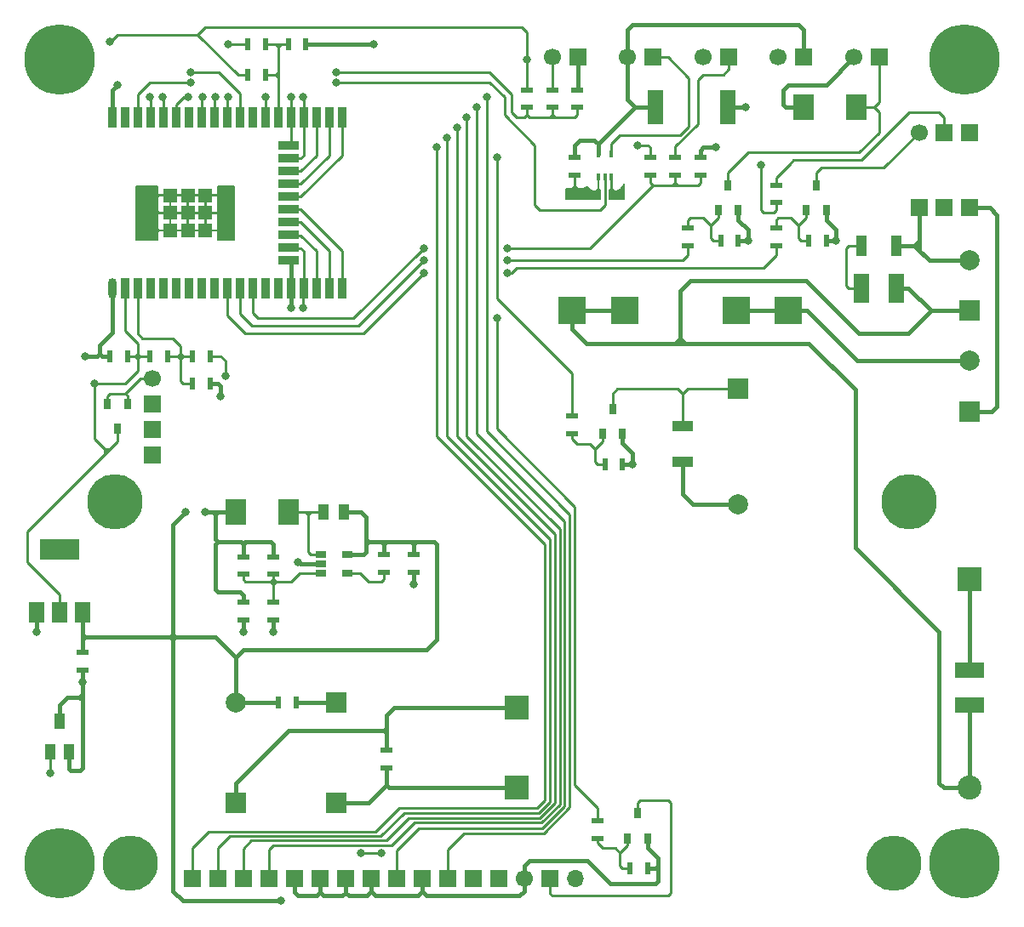
<source format=gbr>
G04 #@! TF.GenerationSoftware,KiCad,Pcbnew,(5.1.2-1)-1*
G04 #@! TF.CreationDate,2020-09-26T11:09:18+03:00*
G04 #@! TF.ProjectId,UAK_1,55414b5f-312e-46b6-9963-61645f706362,rev?*
G04 #@! TF.SameCoordinates,Original*
G04 #@! TF.FileFunction,Copper,L1,Top*
G04 #@! TF.FilePolarity,Positive*
%FSLAX46Y46*%
G04 Gerber Fmt 4.6, Leading zero omitted, Abs format (unit mm)*
G04 Created by KiCad (PCBNEW (5.1.2-1)-1) date 2020-09-26 11:09:18*
%MOMM*%
%LPD*%
G04 APERTURE LIST*
%ADD10R,2.800000X2.800000*%
%ADD11R,2.000000X2.000000*%
%ADD12C,2.000000*%
%ADD13R,2.000000X2.500000*%
%ADD14R,1.250000X0.500000*%
%ADD15R,1.000000X1.500000*%
%ADD16R,1.100000X0.700000*%
%ADD17R,2.400000X2.400000*%
%ADD18C,2.400000*%
%ADD19R,2.000000X1.000000*%
%ADD20O,1.700000X1.700000*%
%ADD21R,1.700000X1.700000*%
%ADD22C,1.700000*%
%ADD23C,5.500000*%
%ADD24R,0.800000X1.000000*%
%ADD25R,1.000000X2.000000*%
%ADD26R,0.500000X1.250000*%
%ADD27R,1.500000X3.000000*%
%ADD28R,0.400000X0.800000*%
%ADD29R,1.500000X3.500000*%
%ADD30C,7.000000*%
%ADD31R,4.000000X2.000000*%
%ADD32R,1.500000X2.000000*%
%ADD33R,3.000000X1.500000*%
%ADD34R,2.000000X0.900000*%
%ADD35R,0.900000X2.000000*%
%ADD36R,1.350000X1.350000*%
%ADD37O,0.900000X2.000000*%
%ADD38C,0.800000*%
%ADD39C,0.250000*%
%ADD40C,0.450000*%
%ADD41C,0.200000*%
G04 APERTURE END LIST*
D10*
X147300000Y-80000000D03*
X152500000Y-80000000D03*
X136200000Y-80000000D03*
X131000000Y-80000000D03*
D11*
X170500000Y-80000000D03*
D12*
X170500000Y-75000000D03*
D13*
X97500000Y-100000000D03*
X102750000Y-100000000D03*
D14*
X101250000Y-106250000D03*
X101250000Y-104500000D03*
X101250000Y-110750000D03*
X101250000Y-109000000D03*
X112250000Y-106000000D03*
X112250000Y-104250000D03*
D15*
X108250000Y-100000000D03*
X106250000Y-100000000D03*
D16*
X108600000Y-104250000D03*
X108600000Y-106150000D03*
X106000000Y-106150000D03*
X106000000Y-105200000D03*
X106000000Y-104250000D03*
D14*
X98250000Y-110750000D03*
X98250000Y-109000000D03*
X98250000Y-104500000D03*
X98250000Y-106250000D03*
X115250000Y-106000000D03*
X115250000Y-104250000D03*
D17*
X125500000Y-119500000D03*
X125500000Y-127500000D03*
X170500000Y-106700000D03*
D18*
X170500000Y-127500000D03*
D11*
X147500000Y-87750000D03*
D12*
X147500000Y-99250000D03*
D19*
X142000000Y-91500000D03*
X142000000Y-95000000D03*
D20*
X131300000Y-136500000D03*
D21*
X128760000Y-136500000D03*
D22*
X126220000Y-136500000D03*
D21*
X123680000Y-136500000D03*
X121140000Y-136500000D03*
X118600000Y-136500000D03*
X116060000Y-136500000D03*
X113520000Y-136500000D03*
X110980000Y-136500000D03*
X108440000Y-136500000D03*
X105900000Y-136500000D03*
X103360000Y-136500000D03*
X100820000Y-136500000D03*
X98280000Y-136500000D03*
X95740000Y-136500000D03*
X93200000Y-136500000D03*
D23*
X85500000Y-99000000D03*
X164500000Y-99000000D03*
X163000000Y-135000000D03*
X87000000Y-135000000D03*
D22*
X165500000Y-62250000D03*
D21*
X168000000Y-62250000D03*
X170500000Y-62250000D03*
X170500000Y-69750000D03*
X168000000Y-69750000D03*
X165500000Y-69750000D03*
D24*
X155250000Y-67500000D03*
X156250000Y-70000000D03*
X154250000Y-70000000D03*
D25*
X159750000Y-73500000D03*
X163250000Y-73500000D03*
D14*
X151250000Y-69250000D03*
X151250000Y-67500000D03*
D26*
X156250000Y-73000000D03*
X154500000Y-73000000D03*
D14*
X151250000Y-73500000D03*
X151250000Y-71750000D03*
D27*
X163250000Y-77750000D03*
X159750000Y-77750000D03*
D21*
X154040000Y-54750000D03*
D22*
X151500000Y-54750000D03*
D21*
X146540000Y-54750000D03*
D22*
X144000000Y-54750000D03*
D21*
X139040000Y-54750000D03*
D22*
X136500000Y-54750000D03*
D14*
X141250000Y-66500000D03*
X141250000Y-64750000D03*
X138750000Y-66500000D03*
X138750000Y-64750000D03*
D28*
X134900000Y-64350000D03*
X134900000Y-66650000D03*
X134250000Y-66650000D03*
X133600000Y-64350000D03*
X133600000Y-66650000D03*
D14*
X143750000Y-66500000D03*
X143750000Y-64750000D03*
D29*
X146500000Y-59750000D03*
X139250000Y-59750000D03*
D14*
X131250000Y-66500000D03*
X131250000Y-64750000D03*
D21*
X131540000Y-54750000D03*
D22*
X129000000Y-54750000D03*
D21*
X161540000Y-54750000D03*
D22*
X159000000Y-54750000D03*
D24*
X135000000Y-89750000D03*
X136000000Y-92250000D03*
X134000000Y-92250000D03*
X146500000Y-67500000D03*
X147500000Y-70000000D03*
X145500000Y-70000000D03*
X137500000Y-130000000D03*
X138500000Y-132500000D03*
X136500000Y-132500000D03*
D13*
X154000000Y-59750000D03*
X159250000Y-59750000D03*
D15*
X80000000Y-120900000D03*
X79100000Y-123900000D03*
X80900000Y-123900000D03*
D14*
X129000000Y-59750000D03*
X129000000Y-58000000D03*
X126500000Y-59750000D03*
X126500000Y-58000000D03*
D26*
X136000000Y-95250000D03*
X134250000Y-95250000D03*
X147500000Y-73000000D03*
X145750000Y-73000000D03*
X138500000Y-135500000D03*
X136750000Y-135500000D03*
D14*
X131000000Y-90500000D03*
X131000000Y-92250000D03*
X142500000Y-73500000D03*
X142500000Y-71750000D03*
X133500000Y-130750000D03*
X133500000Y-132500000D03*
X131500000Y-59750000D03*
X131500000Y-58000000D03*
D26*
X104500000Y-53500000D03*
X102750000Y-53500000D03*
X95000000Y-87250000D03*
X93250000Y-87250000D03*
D21*
X89250000Y-94370000D03*
X89250000Y-91830000D03*
X89250000Y-89290000D03*
D22*
X89250000Y-86750000D03*
D24*
X85750000Y-91750000D03*
X84750000Y-89250000D03*
X86750000Y-89250000D03*
D26*
X100500000Y-53500000D03*
X98750000Y-53500000D03*
X93250000Y-84500000D03*
X95000000Y-84500000D03*
X100500000Y-56500000D03*
X98750000Y-56500000D03*
X90750000Y-84500000D03*
X89000000Y-84500000D03*
D30*
X80000000Y-135000000D03*
X170000000Y-55000000D03*
X170000000Y-135000000D03*
X80000000Y-55000000D03*
D11*
X170500000Y-90000000D03*
D12*
X170500000Y-85000000D03*
X97500000Y-119000000D03*
D11*
X107500000Y-119000000D03*
X107500000Y-129000000D03*
X97500000Y-129000000D03*
D31*
X80000000Y-103750000D03*
D32*
X80000000Y-110000000D03*
X77750000Y-110000000D03*
X82250000Y-110000000D03*
D26*
X85000000Y-84500000D03*
X86750000Y-84500000D03*
X103500000Y-119000000D03*
X101750000Y-119000000D03*
D14*
X82250000Y-115750000D03*
X82250000Y-114000000D03*
X112500000Y-125500000D03*
X112500000Y-123750000D03*
D33*
X170500000Y-115750000D03*
X170500000Y-119250000D03*
D34*
X102750000Y-72460000D03*
X102750000Y-71190000D03*
X102750000Y-73730000D03*
X102750000Y-69920000D03*
X102750000Y-68650000D03*
X102750000Y-67380000D03*
X102750000Y-75000000D03*
X102750000Y-66110000D03*
X102750000Y-64840000D03*
X102750000Y-63570000D03*
D35*
X108110000Y-60750000D03*
X108110000Y-77750000D03*
X106840000Y-60750000D03*
X106840000Y-77750000D03*
X105570000Y-60750000D03*
X105570000Y-77750000D03*
X104300000Y-60750000D03*
X104300000Y-77750000D03*
X103030000Y-60750000D03*
X103030000Y-77750000D03*
X101760000Y-60750000D03*
D36*
X92750000Y-72000000D03*
X91000000Y-72000000D03*
X94500000Y-72000000D03*
X92750000Y-68500000D03*
X91000000Y-68500000D03*
X94500000Y-68500000D03*
X94500000Y-70250000D03*
X91000000Y-70250000D03*
X92750000Y-70250000D03*
D35*
X101760000Y-77750000D03*
X100490000Y-60750000D03*
X100490000Y-77750000D03*
X99220000Y-60750000D03*
X99220000Y-77750000D03*
X97950000Y-60750000D03*
X97950000Y-77750000D03*
X96680000Y-60750000D03*
X96680000Y-77750000D03*
X95410000Y-60750000D03*
X95410000Y-77750000D03*
X94140000Y-60750000D03*
X94140000Y-77750000D03*
X92870000Y-60750000D03*
X92870000Y-77750000D03*
X91600000Y-60750000D03*
X91600000Y-77750000D03*
X90330000Y-60750000D03*
X90330000Y-77750000D03*
X89060000Y-60750000D03*
X89060000Y-77750000D03*
X87790000Y-60750000D03*
X87790000Y-77750000D03*
X86520000Y-60750000D03*
X86520000Y-77750000D03*
X85250000Y-60750000D03*
D37*
X85250000Y-77750000D03*
D38*
X79100000Y-126000000D03*
X110000000Y-134000000D03*
X112000000Y-134000000D03*
X90250000Y-58750000D03*
X89000000Y-58750000D03*
X85000000Y-53250000D03*
X83500000Y-87250000D03*
X137500000Y-63500000D03*
X126500000Y-55000000D03*
X149750000Y-65500000D03*
X96500000Y-86500000D03*
X96750000Y-53500000D03*
X116250000Y-75000000D03*
X124500000Y-75000000D03*
X93000000Y-56250000D03*
X107500000Y-56250000D03*
X92750000Y-58750000D03*
X123500000Y-64750000D03*
X117500000Y-63750000D03*
X94250000Y-58750000D03*
X119500000Y-61750000D03*
X96750000Y-58750000D03*
X121500000Y-59750000D03*
X103000000Y-58750000D03*
X122500000Y-58750000D03*
X104250000Y-58750000D03*
X120500000Y-60750000D03*
X100500000Y-58750000D03*
X118500000Y-62750000D03*
X95500000Y-58750000D03*
X123500000Y-80750000D03*
X104250000Y-79750000D03*
X94500000Y-100000000D03*
X102000000Y-138750000D03*
X92506370Y-100006370D03*
X116250000Y-73750000D03*
X124500000Y-73750000D03*
X93000000Y-57250000D03*
X107500000Y-57250000D03*
X116250000Y-76250000D03*
X124500000Y-76250000D03*
X98250000Y-112000000D03*
X137000000Y-95250000D03*
X148500000Y-73000000D03*
X82250000Y-117000000D03*
X77750000Y-112000000D03*
X88000000Y-68000000D03*
X88000000Y-72500000D03*
X88000000Y-70250000D03*
X97000000Y-68000000D03*
X97000000Y-70250000D03*
X97000000Y-72500000D03*
X82500000Y-84500000D03*
X103000000Y-79750000D03*
X96000000Y-88500000D03*
X111250000Y-53500000D03*
X157250000Y-73000000D03*
X131250000Y-68500000D03*
X135750000Y-68500000D03*
X85750000Y-57500000D03*
X148250000Y-59750000D03*
X145250000Y-63750000D03*
X103750000Y-105000000D03*
X115250000Y-107250000D03*
X101250000Y-112000000D03*
D39*
X105570000Y-77750000D02*
X105570000Y-74070000D01*
X105570000Y-74070000D02*
X104000000Y-72500000D01*
X104000000Y-72500000D02*
X102750000Y-72500000D01*
X106840000Y-74030000D02*
X106840000Y-75160000D01*
X104000000Y-71190000D02*
X106840000Y-74030000D01*
X102750000Y-71190000D02*
X104000000Y-71190000D01*
X106840000Y-75160000D02*
X106840000Y-74090000D01*
X106840000Y-77750000D02*
X106840000Y-75160000D01*
X102750000Y-69920000D02*
X104000000Y-69920000D01*
X104000000Y-69920000D02*
X108110000Y-74030000D01*
X108110000Y-74030000D02*
X108110000Y-74110000D01*
X108110000Y-77750000D02*
X108110000Y-74110000D01*
X104000000Y-68650000D02*
X108110000Y-64540000D01*
X102750000Y-68650000D02*
X104000000Y-68650000D01*
X108110000Y-64540000D02*
X108110000Y-63390000D01*
X108110000Y-60750000D02*
X108110000Y-63390000D01*
X106840000Y-64540000D02*
X106840000Y-63840000D01*
X102750000Y-67380000D02*
X104000000Y-67380000D01*
X104000000Y-67380000D02*
X106840000Y-64540000D01*
X106840000Y-60750000D02*
X106840000Y-63840000D01*
X104000000Y-66110000D02*
X105570000Y-64540000D01*
X102750000Y-66110000D02*
X104000000Y-66110000D01*
X105570000Y-64540000D02*
X105570000Y-63570000D01*
X105570000Y-60750000D02*
X105570000Y-63570000D01*
D40*
X172750000Y-90000000D02*
X173250000Y-89500000D01*
X170500000Y-90000000D02*
X172750000Y-90000000D01*
X170500000Y-108350000D02*
X170500000Y-115750000D01*
X170500000Y-106700000D02*
X170500000Y-108350000D01*
X173250000Y-78750000D02*
X173250000Y-70500000D01*
X173250000Y-78750000D02*
X173250000Y-89500000D01*
X173250000Y-78000000D02*
X173250000Y-78750000D01*
X172500000Y-69750000D02*
X170500000Y-69750000D01*
X173250000Y-70500000D02*
X172500000Y-69750000D01*
X149150000Y-80000000D02*
X152500000Y-80000000D01*
X147300000Y-80000000D02*
X149150000Y-80000000D01*
X169085787Y-85000000D02*
X170500000Y-85000000D01*
X159350000Y-85000000D02*
X169085787Y-85000000D01*
X154350000Y-80000000D02*
X159350000Y-85000000D01*
X152500000Y-80000000D02*
X154350000Y-80000000D01*
D39*
X128760000Y-138010000D02*
X128760000Y-136500000D01*
X129000000Y-138250000D02*
X128760000Y-138010000D01*
X140500000Y-138250000D02*
X129000000Y-138250000D01*
X137500000Y-130000000D02*
X137500000Y-129000000D01*
X137500000Y-129000000D02*
X137750000Y-128750000D01*
X137750000Y-128750000D02*
X140500000Y-128750000D01*
X140500000Y-128750000D02*
X140750000Y-129000000D01*
X140750000Y-129000000D02*
X140750000Y-138000000D01*
X140750000Y-138000000D02*
X140500000Y-138250000D01*
X79100000Y-123900000D02*
X79100000Y-126000000D01*
X110000000Y-134000000D02*
X112000000Y-134000000D01*
X101500000Y-53500000D02*
X100750000Y-53500000D01*
X101760000Y-53760000D02*
X101500000Y-53500000D01*
X102020000Y-53500000D02*
X101760000Y-53760000D01*
X102750000Y-53500000D02*
X102020000Y-53500000D01*
X101500000Y-53500000D02*
X102020000Y-53500000D01*
X101520000Y-56500000D02*
X101760000Y-56260000D01*
X100500000Y-56500000D02*
X101520000Y-56500000D01*
X101760000Y-56260000D02*
X101760000Y-53760000D01*
X101760000Y-56740000D02*
X101520000Y-56500000D01*
X101760000Y-56760000D02*
X101760000Y-56740000D01*
X101760000Y-56760000D02*
X101760000Y-56260000D01*
X101760000Y-60750000D02*
X101760000Y-56760000D01*
X90330000Y-58830000D02*
X90250000Y-58750000D01*
X90330000Y-60750000D02*
X90330000Y-58830000D01*
X89060000Y-58810000D02*
X89000000Y-58750000D01*
X89060000Y-60750000D02*
X89060000Y-58810000D01*
X87790000Y-77750000D02*
X87790000Y-82290000D01*
X87790000Y-82290000D02*
X88250000Y-82750000D01*
X88250000Y-82750000D02*
X91250000Y-82750000D01*
X91250000Y-82750000D02*
X92000000Y-83500000D01*
X92000000Y-84250000D02*
X91750000Y-84500000D01*
X92000000Y-83500000D02*
X92000000Y-84250000D01*
X90750000Y-84500000D02*
X91750000Y-84500000D01*
X92250000Y-84500000D02*
X92000000Y-84250000D01*
X92250000Y-84500000D02*
X93250000Y-84500000D01*
X92000000Y-84500000D02*
X92250000Y-84500000D01*
X91750000Y-84500000D02*
X92000000Y-84500000D01*
X92250000Y-87250000D02*
X93250000Y-87250000D01*
X92000000Y-87000000D02*
X92250000Y-87250000D01*
X92000000Y-84750000D02*
X91750000Y-84500000D01*
X92000000Y-85000000D02*
X92000000Y-84750000D01*
X92000000Y-85000000D02*
X92000000Y-87000000D01*
X92000000Y-84500000D02*
X92000000Y-85000000D01*
X92000000Y-84750000D02*
X92250000Y-84500000D01*
X86520000Y-77750000D02*
X86520000Y-82020000D01*
X86520000Y-82020000D02*
X87750000Y-83250000D01*
X87750000Y-83250000D02*
X87750000Y-84250000D01*
X87750000Y-84250000D02*
X87500000Y-84500000D01*
X87500000Y-84500000D02*
X86750000Y-84500000D01*
X80000000Y-110000000D02*
X80000000Y-108250000D01*
X80000000Y-108250000D02*
X76750000Y-105000000D01*
X76750000Y-105000000D02*
X76750000Y-103750000D01*
X76750000Y-103750000D02*
X76750000Y-102000000D01*
X85750000Y-93000000D02*
X85750000Y-91750000D01*
X87750000Y-86000000D02*
X86500000Y-87250000D01*
X87500000Y-84500000D02*
X87750000Y-84750000D01*
X87750000Y-84750000D02*
X87750000Y-86000000D01*
X84500000Y-93750000D02*
X84750000Y-94000000D01*
X84750000Y-94000000D02*
X85000000Y-93750000D01*
X85000000Y-93750000D02*
X84500000Y-93750000D01*
X83500000Y-92750000D02*
X84500000Y-93750000D01*
X85000000Y-93750000D02*
X85750000Y-93000000D01*
X84500000Y-94250000D02*
X84500000Y-93750000D01*
X76750000Y-102000000D02*
X84500000Y-94250000D01*
X84500000Y-94250000D02*
X84750000Y-94000000D01*
X88000000Y-84500000D02*
X87750000Y-84250000D01*
X89000000Y-84500000D02*
X88000000Y-84500000D01*
X87750000Y-84500000D02*
X87875000Y-84625000D01*
X87750000Y-84250000D02*
X87750000Y-84500000D01*
X87750000Y-84750000D02*
X87875000Y-84625000D01*
X87875000Y-84625000D02*
X88000000Y-84500000D01*
X98750000Y-56500000D02*
X97750000Y-56500000D01*
X97750000Y-56500000D02*
X93750000Y-52500000D01*
X85750000Y-52500000D02*
X85250000Y-53000000D01*
X84500000Y-87250000D02*
X83500000Y-87250000D01*
X84500000Y-87250000D02*
X84250000Y-87250000D01*
X86500000Y-87250000D02*
X84500000Y-87250000D01*
X83500000Y-88500000D02*
X83500000Y-87250000D01*
X83500000Y-88500000D02*
X83500000Y-92750000D01*
X83500000Y-88000000D02*
X83500000Y-88500000D01*
X85750000Y-52500000D02*
X85000000Y-53250000D01*
X86500000Y-52500000D02*
X85750000Y-52500000D01*
X93750000Y-52500000D02*
X86500000Y-52500000D01*
X93750000Y-52500000D02*
X94500000Y-51750000D01*
X138750000Y-64750000D02*
X138750000Y-63750000D01*
X138750000Y-63750000D02*
X138500000Y-63500000D01*
X138500000Y-63500000D02*
X137500000Y-63500000D01*
X149750000Y-65500000D02*
X149750000Y-70000000D01*
X149750000Y-70000000D02*
X150000000Y-70250000D01*
X150000000Y-70250000D02*
X151000000Y-70250000D01*
X151000000Y-70250000D02*
X151250000Y-70000000D01*
X151250000Y-70000000D02*
X151250000Y-69250000D01*
X126500000Y-52250000D02*
X126500000Y-58000000D01*
X124250000Y-51750000D02*
X126000000Y-51750000D01*
X94500000Y-51750000D02*
X124250000Y-51750000D01*
X126000000Y-51750000D02*
X126500000Y-52250000D01*
X95000000Y-84500000D02*
X96000000Y-84500000D01*
X96500000Y-85000000D02*
X96500000Y-86500000D01*
X96000000Y-84500000D02*
X96500000Y-85000000D01*
X98750000Y-53500000D02*
X96750000Y-53500000D01*
X124500000Y-75000000D02*
X142000000Y-75000000D01*
X142500000Y-74500000D02*
X142500000Y-73500000D01*
X142000000Y-75000000D02*
X142500000Y-74500000D01*
X97950000Y-80300000D02*
X97950000Y-77750000D01*
X99150000Y-81500000D02*
X97950000Y-80300000D01*
X109750000Y-81500000D02*
X99150000Y-81500000D01*
X116250000Y-75000000D02*
X109750000Y-81500000D01*
X126500000Y-59750000D02*
X126500000Y-60500000D01*
X126500000Y-60500000D02*
X126750000Y-60750000D01*
X129000000Y-60500000D02*
X129000000Y-59750000D01*
X128750000Y-60750000D02*
X129000000Y-60500000D01*
X131500000Y-60500000D02*
X131500000Y-59750000D01*
X131250000Y-60750000D02*
X131500000Y-60500000D01*
X129000000Y-60500000D02*
X129250000Y-60750000D01*
X129250000Y-60750000D02*
X131250000Y-60750000D01*
X128500000Y-60750000D02*
X129250000Y-60750000D01*
X128500000Y-60750000D02*
X128750000Y-60750000D01*
X126750000Y-60750000D02*
X128500000Y-60750000D01*
X126250000Y-60750000D02*
X126500000Y-60500000D01*
X107500000Y-56250000D02*
X122750000Y-56250000D01*
X125750000Y-60750000D02*
X125500000Y-60750000D01*
X125750000Y-60750000D02*
X126250000Y-60750000D01*
X125500000Y-60750000D02*
X125000000Y-60250000D01*
X125000000Y-58500000D02*
X122750000Y-56250000D01*
X125000000Y-60250000D02*
X125000000Y-58500000D01*
X93565685Y-56250000D02*
X93000000Y-56250000D01*
X95850000Y-56250000D02*
X93565685Y-56250000D01*
X97950000Y-58350000D02*
X95850000Y-56250000D01*
X97950000Y-60750000D02*
X97950000Y-58350000D01*
X92350000Y-58750000D02*
X92750000Y-58750000D01*
X91600000Y-60750000D02*
X91600000Y-59500000D01*
X91600000Y-59500000D02*
X92350000Y-58750000D01*
X123500000Y-78750000D02*
X123500000Y-64750000D01*
X131000000Y-90500000D02*
X131000000Y-86250000D01*
X131000000Y-86250000D02*
X123500000Y-78750000D01*
X93200000Y-133450000D02*
X93200000Y-133950000D01*
X128250000Y-128750000D02*
X127500000Y-129500000D01*
X127500000Y-129500000D02*
X113750000Y-129500000D01*
X113750000Y-129500000D02*
X111399990Y-131850010D01*
X93200000Y-133950000D02*
X93200000Y-136500000D01*
X111399990Y-131850010D02*
X94799990Y-131850010D01*
X94799990Y-131850010D02*
X93200000Y-133450000D01*
X128250000Y-116000000D02*
X128250000Y-128750000D01*
X128250000Y-115750000D02*
X128250000Y-116000000D01*
X128250000Y-103250000D02*
X128250000Y-116000000D01*
X117500000Y-92500000D02*
X128250000Y-103250000D01*
X94140000Y-60750000D02*
X94140000Y-58860000D01*
X94140000Y-58860000D02*
X94250000Y-58750000D01*
X117500000Y-63750000D02*
X117500000Y-65250000D01*
X117500000Y-65250000D02*
X117500000Y-92500000D01*
X98280000Y-133530000D02*
X98280000Y-136500000D01*
X99059972Y-132750028D02*
X98280000Y-133530000D01*
X112499972Y-132750028D02*
X99059972Y-132750028D01*
X114750000Y-130500000D02*
X112499972Y-132750028D01*
X119500000Y-92500000D02*
X129250000Y-102250000D01*
X129250000Y-102250000D02*
X129250000Y-129022820D01*
X129250000Y-129022820D02*
X127772820Y-130500000D01*
X127772820Y-130500000D02*
X114750000Y-130500000D01*
X96680000Y-60750000D02*
X96680000Y-58820000D01*
X96680000Y-58820000D02*
X96750000Y-58750000D01*
X119500000Y-61750000D02*
X119500000Y-63000000D01*
X119500000Y-63000000D02*
X119500000Y-92500000D01*
X103030000Y-60750000D02*
X103030000Y-63220000D01*
X103030000Y-63220000D02*
X102750000Y-63500000D01*
X113520000Y-133730000D02*
X113520000Y-136500000D01*
X115750000Y-131500000D02*
X113520000Y-133730000D01*
X121500000Y-92250000D02*
X130250000Y-101000000D01*
X130250000Y-101000000D02*
X130250000Y-129295640D01*
X130250000Y-129295640D02*
X128045640Y-131500000D01*
X128045640Y-131500000D02*
X115750000Y-131500000D01*
X103030000Y-60750000D02*
X103030000Y-58780000D01*
X103030000Y-58780000D02*
X103000000Y-58750000D01*
X121500000Y-61750000D02*
X121500000Y-59750000D01*
X121500000Y-61750000D02*
X121500000Y-92250000D01*
X104000000Y-64840000D02*
X104300000Y-64540000D01*
X104300000Y-64200000D02*
X104300000Y-64450000D01*
X104300000Y-64540000D02*
X104300000Y-64200000D01*
X102750000Y-64840000D02*
X104000000Y-64840000D01*
X104300000Y-60750000D02*
X104300000Y-64200000D01*
X118600000Y-136500000D02*
X118600000Y-133650000D01*
X118600000Y-133650000D02*
X120250000Y-132000000D01*
X128182050Y-132000000D02*
X130750000Y-129432050D01*
X120250000Y-132000000D02*
X128182050Y-132000000D01*
X130750000Y-129432050D02*
X130750000Y-115750000D01*
X130750000Y-115750000D02*
X130750000Y-100250000D01*
X130750000Y-100250000D02*
X122500000Y-92000000D01*
X104300000Y-60750000D02*
X104300000Y-58800000D01*
X104300000Y-58800000D02*
X104250000Y-58750000D01*
X122500000Y-61000000D02*
X122500000Y-58750000D01*
X122500000Y-92000000D02*
X122500000Y-61000000D01*
X100820000Y-133680000D02*
X100820000Y-136500000D01*
X101250000Y-133250000D02*
X100820000Y-133680000D01*
X105500000Y-133250000D02*
X101250000Y-133250000D01*
X105750000Y-133250000D02*
X105500000Y-133250000D01*
X108500000Y-133250000D02*
X109659230Y-133250000D01*
X108500000Y-133250000D02*
X109750000Y-133250000D01*
X105500000Y-133250000D02*
X108500000Y-133250000D01*
X109659230Y-133250000D02*
X113000000Y-133250000D01*
X113000000Y-133250000D02*
X114750000Y-131500000D01*
X114750000Y-131500000D02*
X115000000Y-131250000D01*
X115000000Y-131250000D02*
X115250000Y-131000000D01*
X115299991Y-130950009D02*
X115000000Y-131250000D01*
X120500000Y-92500000D02*
X129750000Y-101750000D01*
X129750000Y-101750000D02*
X129750000Y-129159230D01*
X129750000Y-129159230D02*
X127959221Y-130950009D01*
X127959221Y-130950009D02*
X115299991Y-130950009D01*
X100490000Y-60750000D02*
X100490000Y-58760000D01*
X100490000Y-58760000D02*
X100500000Y-58750000D01*
X120500000Y-60750000D02*
X120500000Y-62250000D01*
X120500000Y-62250000D02*
X120500000Y-92500000D01*
X116250000Y-130000000D02*
X114500000Y-130000000D01*
X95740000Y-133510000D02*
X95740000Y-136500000D01*
X96949981Y-132300019D02*
X95740000Y-133510000D01*
X111949981Y-132300019D02*
X96949981Y-132300019D01*
X114250000Y-130000000D02*
X111949981Y-132300019D01*
X116250000Y-130000000D02*
X114250000Y-130000000D01*
X127636410Y-130000000D02*
X116250000Y-130000000D01*
X128750000Y-128886410D02*
X127636410Y-130000000D01*
X128750000Y-102750000D02*
X128750000Y-128886410D01*
X118500000Y-92500000D02*
X128750000Y-102750000D01*
X95410000Y-60750000D02*
X95410000Y-58840000D01*
X95410000Y-58840000D02*
X95500000Y-58750000D01*
X118500000Y-62750000D02*
X118500000Y-63500000D01*
X118500000Y-63500000D02*
X118500000Y-92500000D01*
X104300000Y-77750000D02*
X104300000Y-74050000D01*
X104300000Y-74050000D02*
X104000000Y-73750000D01*
X104000000Y-73750000D02*
X102750000Y-73750000D01*
X104250000Y-77800000D02*
X104300000Y-77750000D01*
X104250000Y-79750000D02*
X104250000Y-77800000D01*
X123500000Y-91750000D02*
X123500000Y-80750000D01*
X131250000Y-99500000D02*
X123500000Y-91750000D01*
X131250000Y-127250000D02*
X131250000Y-99500000D01*
X133500000Y-129500000D02*
X131250000Y-127250000D01*
X133500000Y-130750000D02*
X133500000Y-129500000D01*
D40*
X156250000Y-57500000D02*
X159000000Y-54750000D01*
X152500000Y-57500000D02*
X156250000Y-57500000D01*
X152000000Y-58000000D02*
X152500000Y-57500000D01*
X152000000Y-59500000D02*
X152000000Y-58000000D01*
X154000000Y-59750000D02*
X152250000Y-59750000D01*
X152250000Y-59750000D02*
X152000000Y-59500000D01*
X98250000Y-103250000D02*
X98250000Y-104500000D01*
X95750000Y-100000000D02*
X95500000Y-100250000D01*
X97500000Y-100000000D02*
X95750000Y-100000000D01*
X95500000Y-100250000D02*
X95500000Y-102750000D01*
X95500000Y-102750000D02*
X95750000Y-103000000D01*
X95750000Y-103000000D02*
X98000000Y-103000000D01*
X98000000Y-103000000D02*
X98250000Y-103250000D01*
X101250000Y-104500000D02*
X101250000Y-103250000D01*
X101250000Y-103250000D02*
X101000000Y-103000000D01*
X98500000Y-103000000D02*
X98250000Y-103250000D01*
X101000000Y-103000000D02*
X98500000Y-103000000D01*
X98250000Y-108300000D02*
X97950000Y-108000000D01*
X98250000Y-109000000D02*
X98250000Y-108300000D01*
X97950000Y-108000000D02*
X95750000Y-108000000D01*
X95750000Y-108000000D02*
X95500000Y-107750000D01*
X95500000Y-103250000D02*
X95750000Y-103000000D01*
X95500000Y-107750000D02*
X95500000Y-103250000D01*
X95250000Y-100000000D02*
X95500000Y-100250000D01*
X94500000Y-100000000D02*
X95250000Y-100000000D01*
X95250000Y-100000000D02*
X95750000Y-100000000D01*
X101750000Y-119000000D02*
X97500000Y-119000000D01*
X133600000Y-64350000D02*
X133600000Y-63500000D01*
X133600000Y-63500000D02*
X133600000Y-63400000D01*
X137250000Y-59750000D02*
X138000000Y-59750000D01*
X133600000Y-63400000D02*
X137250000Y-59750000D01*
X139250000Y-59750000D02*
X138000000Y-59750000D01*
X138000000Y-59750000D02*
X137500000Y-59750000D01*
X137000000Y-59500000D02*
X137250000Y-59750000D01*
X137000000Y-59500000D02*
X136750000Y-59250000D01*
X133200000Y-63000000D02*
X133600000Y-63400000D01*
X131750000Y-63000000D02*
X133200000Y-63000000D01*
X131250000Y-64750000D02*
X131250000Y-63500000D01*
X131250000Y-63500000D02*
X131750000Y-63000000D01*
X91250000Y-137750000D02*
X92250000Y-138750000D01*
X92250000Y-138750000D02*
X102000000Y-138750000D01*
X82250000Y-110000000D02*
X82250000Y-111750000D01*
X82250000Y-112500000D02*
X82250000Y-112750000D01*
X82250000Y-111750000D02*
X82250000Y-112500000D01*
X82250000Y-112750000D02*
X82500000Y-112500000D01*
X82250000Y-113250000D02*
X82250000Y-112750000D01*
X82250000Y-112500000D02*
X82500000Y-112500000D01*
X82250000Y-113250000D02*
X82250000Y-114000000D01*
X82250000Y-112250000D02*
X82500000Y-112500000D01*
X82250000Y-111750000D02*
X82250000Y-112250000D01*
X142000000Y-95000000D02*
X142000000Y-96250000D01*
X142000000Y-96250000D02*
X142000000Y-96000000D01*
X142000000Y-97750000D02*
X142000000Y-96250000D01*
X147500000Y-99250000D02*
X143000000Y-99250000D01*
X143000000Y-99250000D02*
X142000000Y-98250000D01*
X142000000Y-98250000D02*
X142000000Y-95000000D01*
X136500000Y-59000000D02*
X137250000Y-59750000D01*
X136500000Y-54750000D02*
X136500000Y-59000000D01*
X136500000Y-54750000D02*
X136500000Y-52000000D01*
X136500000Y-52000000D02*
X137000000Y-51500000D01*
X137000000Y-51500000D02*
X153500000Y-51500000D01*
X154040000Y-52040000D02*
X153500000Y-51500000D01*
X154040000Y-54750000D02*
X154040000Y-52040000D01*
X97500000Y-114500000D02*
X97500000Y-119000000D01*
X95500000Y-112500000D02*
X97500000Y-114500000D01*
X110250000Y-104250000D02*
X108600000Y-104250000D01*
X110500000Y-104000000D02*
X110250000Y-104250000D01*
X108250000Y-100000000D02*
X110000000Y-100000000D01*
X110000000Y-100000000D02*
X110500000Y-100500000D01*
X115250000Y-104250000D02*
X115250000Y-103250000D01*
X115250000Y-103250000D02*
X115000000Y-103000000D01*
X112250000Y-103250000D02*
X112250000Y-104250000D01*
X112500000Y-103000000D02*
X112250000Y-103250000D01*
X110750000Y-103000000D02*
X110500000Y-103250000D01*
X112250000Y-103250000D02*
X112000000Y-103000000D01*
X110500000Y-103250000D02*
X110500000Y-104000000D01*
X110500000Y-102750000D02*
X110750000Y-103000000D01*
X110500000Y-102250000D02*
X110500000Y-102750000D01*
X110500000Y-102250000D02*
X110500000Y-103250000D01*
X110500000Y-100500000D02*
X110500000Y-102250000D01*
X91500000Y-112500000D02*
X91750000Y-112500000D01*
X93750000Y-112500000D02*
X93250000Y-112500000D01*
X93750000Y-112500000D02*
X95500000Y-112500000D01*
X92500000Y-112500000D02*
X93250000Y-112500000D01*
X115500000Y-103000000D02*
X115250000Y-103250000D01*
X98250000Y-113750000D02*
X116500000Y-113750000D01*
X97500000Y-114500000D02*
X98250000Y-113750000D01*
X117500000Y-112750000D02*
X117500000Y-103250000D01*
X116500000Y-113750000D02*
X117500000Y-112750000D01*
X117500000Y-103250000D02*
X117250000Y-103000000D01*
X115750000Y-103000000D02*
X114750000Y-103000000D01*
X115000000Y-103000000D02*
X114750000Y-103000000D01*
X115750000Y-103000000D02*
X115500000Y-103000000D01*
X117250000Y-103000000D02*
X115750000Y-103000000D01*
X113000000Y-103000000D02*
X111750000Y-103000000D01*
X111750000Y-103000000D02*
X110750000Y-103000000D01*
X112000000Y-103000000D02*
X111750000Y-103000000D01*
X113000000Y-103000000D02*
X112500000Y-103000000D01*
X114750000Y-103000000D02*
X113000000Y-103000000D01*
X92250000Y-112500000D02*
X92500000Y-112500000D01*
X91250000Y-112750000D02*
X91000000Y-112500000D01*
X91250000Y-134750000D02*
X91250000Y-112750000D01*
X91000000Y-112500000D02*
X91500000Y-112500000D01*
X82500000Y-112500000D02*
X91000000Y-112500000D01*
X91250000Y-134750000D02*
X91250000Y-137750000D01*
X91500000Y-112500000D02*
X91250000Y-112750000D01*
X91900000Y-112500000D02*
X91500000Y-112500000D01*
X91900000Y-112500000D02*
X92250000Y-112500000D01*
X91250000Y-101262740D02*
X92506370Y-100006370D01*
X91000000Y-112500000D02*
X91250000Y-112250000D01*
X91250000Y-112750000D02*
X91250000Y-112250000D01*
X91250000Y-112250000D02*
X91250000Y-101262740D01*
X91500000Y-112500000D02*
X91250000Y-112250000D01*
D39*
X142000000Y-89250000D02*
X142000000Y-90750000D01*
X135000000Y-89750000D02*
X135000000Y-88500000D01*
X142000000Y-91500000D02*
X142000000Y-90750000D01*
X147500000Y-87750000D02*
X142500000Y-87750000D01*
X142500000Y-87750000D02*
X142000000Y-88250000D01*
X142000000Y-88250000D02*
X142000000Y-91500000D01*
X142000000Y-88250000D02*
X141500000Y-87750000D01*
X141500000Y-87750000D02*
X139750000Y-87750000D01*
X139750000Y-87750000D02*
X135500000Y-87750000D01*
X135500000Y-87750000D02*
X135000000Y-88250000D01*
X135000000Y-88250000D02*
X135000000Y-89750000D01*
X129000000Y-55952081D02*
X129000000Y-58000000D01*
X129000000Y-54750000D02*
X129000000Y-55952081D01*
X161540000Y-54750000D02*
X161540000Y-59210000D01*
X161000000Y-59750000D02*
X159250000Y-59750000D01*
X161540000Y-59210000D02*
X161000000Y-59750000D01*
X146500000Y-66250000D02*
X146500000Y-67500000D01*
X148500000Y-64250000D02*
X146500000Y-66250000D01*
X159500000Y-64250000D02*
X148500000Y-64250000D01*
X161500000Y-62250000D02*
X159500000Y-64250000D01*
X161000000Y-59750000D02*
X161500000Y-60250000D01*
X161500000Y-60250000D02*
X161500000Y-62250000D01*
X140750000Y-67500000D02*
X141500000Y-67500000D01*
X139000000Y-67500000D02*
X140750000Y-67500000D01*
X140750000Y-67500000D02*
X141000000Y-67500000D01*
X143750000Y-67250000D02*
X143750000Y-66500000D01*
X141250000Y-67250000D02*
X141500000Y-67500000D01*
X141500000Y-67500000D02*
X143500000Y-67500000D01*
X143500000Y-67500000D02*
X143750000Y-67250000D01*
X138750000Y-67250000D02*
X139000000Y-67500000D01*
X138750000Y-66500000D02*
X138750000Y-67250000D01*
X141000000Y-67500000D02*
X141250000Y-67250000D01*
X141250000Y-67250000D02*
X141250000Y-66500000D01*
X99220000Y-77750000D02*
X99220000Y-80220000D01*
X99220000Y-80220000D02*
X99750000Y-80750000D01*
X99750000Y-80750000D02*
X109250000Y-80750000D01*
X109250000Y-80750000D02*
X116250000Y-73750000D01*
X132750000Y-73750000D02*
X139000000Y-67500000D01*
X124500000Y-73750000D02*
X132750000Y-73750000D01*
X87790000Y-58460000D02*
X87790000Y-60750000D01*
X89000000Y-57250000D02*
X87790000Y-58460000D01*
X93000000Y-57250000D02*
X89000000Y-57250000D01*
X122750000Y-57250000D02*
X107500000Y-57250000D01*
X127250000Y-69500000D02*
X127250000Y-63500000D01*
X127750000Y-70000000D02*
X127250000Y-69500000D01*
X133750000Y-70000000D02*
X127750000Y-70000000D01*
X124250000Y-60500000D02*
X124250000Y-58750000D01*
X134250000Y-69500000D02*
X133750000Y-70000000D01*
X124250000Y-58750000D02*
X122750000Y-57250000D01*
X127250000Y-63500000D02*
X124250000Y-60500000D01*
X134250000Y-66650000D02*
X134250000Y-69500000D01*
X134900000Y-63350000D02*
X134900000Y-64350000D01*
X135750000Y-62500000D02*
X134900000Y-63350000D01*
X139040000Y-54750000D02*
X140140000Y-54750000D01*
X141000000Y-62500000D02*
X141750000Y-62500000D01*
X141000000Y-62500000D02*
X135750000Y-62500000D01*
X141750000Y-62500000D02*
X142570000Y-61680000D01*
X142570000Y-58570000D02*
X142570000Y-56820000D01*
X142570000Y-61680000D02*
X142570000Y-58570000D01*
X142570000Y-58570000D02*
X142570000Y-57180000D01*
X142570000Y-56820000D02*
X140500000Y-54750000D01*
X140500000Y-54750000D02*
X139000000Y-54750000D01*
X141250000Y-63636410D02*
X143500000Y-61386410D01*
X141250000Y-64750000D02*
X141250000Y-63636410D01*
X143500000Y-61386410D02*
X143500000Y-57000000D01*
X143500000Y-57000000D02*
X144000000Y-56500000D01*
X144000000Y-56500000D02*
X146000000Y-56500000D01*
X146000000Y-56500000D02*
X146500000Y-56000000D01*
X146540000Y-55960000D02*
X146000000Y-56500000D01*
X146540000Y-54750000D02*
X146540000Y-55960000D01*
X135750000Y-134000000D02*
X135750000Y-135250000D01*
X136000000Y-135500000D02*
X136750000Y-135500000D01*
X136500000Y-132500000D02*
X136500000Y-133250000D01*
X136500000Y-133250000D02*
X135750000Y-134000000D01*
X135750000Y-135250000D02*
X136000000Y-135500000D01*
X133500000Y-132500000D02*
X133500000Y-133000000D01*
X134000000Y-133500000D02*
X135250000Y-133500000D01*
X133500000Y-133000000D02*
X134000000Y-133500000D01*
X135250000Y-133500000D02*
X135750000Y-134000000D01*
X144750000Y-71500000D02*
X144750000Y-72750000D01*
X144750000Y-72750000D02*
X145000000Y-73000000D01*
X145000000Y-73000000D02*
X145750000Y-73000000D01*
X145500000Y-70750000D02*
X144750000Y-71500000D01*
X145500000Y-70000000D02*
X145500000Y-70750000D01*
X142500000Y-71000000D02*
X142750000Y-70750000D01*
X144000000Y-70750000D02*
X144750000Y-71500000D01*
X142750000Y-70750000D02*
X144000000Y-70750000D01*
X142500000Y-71750000D02*
X142500000Y-71000000D01*
X133250000Y-95000000D02*
X133500000Y-95250000D01*
X133500000Y-95250000D02*
X134250000Y-95250000D01*
X134000000Y-92250000D02*
X134000000Y-93000000D01*
X134000000Y-93000000D02*
X133250000Y-93750000D01*
X133250000Y-93750000D02*
X133250000Y-95000000D01*
X131000000Y-92250000D02*
X131000000Y-92750000D01*
X131500000Y-93250000D02*
X132750000Y-93250000D01*
X131000000Y-92750000D02*
X131500000Y-93250000D01*
X132750000Y-93250000D02*
X133250000Y-93750000D01*
X84750000Y-89250000D02*
X84750000Y-88500000D01*
X84750000Y-88500000D02*
X85000000Y-88250000D01*
X85000000Y-88250000D02*
X86500000Y-88250000D01*
X86750000Y-88500000D02*
X86750000Y-89250000D01*
X86547919Y-88250000D02*
X86500000Y-88250000D01*
X88047919Y-86750000D02*
X86547919Y-88250000D01*
X89250000Y-86750000D02*
X88047919Y-86750000D01*
X86750000Y-88452081D02*
X86547919Y-88250000D01*
X86750000Y-89250000D02*
X86750000Y-88452081D01*
X110250000Y-82250000D02*
X111500000Y-81000000D01*
X116250000Y-76250000D02*
X111500000Y-81000000D01*
X96680000Y-80430000D02*
X98500000Y-82250000D01*
X96680000Y-77750000D02*
X96680000Y-80430000D01*
X98500000Y-82250000D02*
X110250000Y-82250000D01*
X151250000Y-74500000D02*
X151250000Y-73500000D01*
X150000000Y-75750000D02*
X151250000Y-74500000D01*
X125500000Y-75750000D02*
X150000000Y-75750000D01*
X125000000Y-76250000D02*
X125500000Y-75750000D01*
X124500000Y-76250000D02*
X125000000Y-76250000D01*
D40*
X165500000Y-74000000D02*
X166500000Y-75000000D01*
X165000000Y-73500000D02*
X165500000Y-73000000D01*
X163250000Y-73500000D02*
X165000000Y-73500000D01*
X165500000Y-69750000D02*
X165500000Y-73000000D01*
X165500000Y-73000000D02*
X165500000Y-74000000D01*
X166500000Y-75000000D02*
X165000000Y-73500000D01*
X170500000Y-75000000D02*
X166500000Y-75000000D01*
D39*
X159750000Y-77750000D02*
X158500000Y-77750000D01*
X158500000Y-77750000D02*
X158250000Y-77500000D01*
X158250000Y-77500000D02*
X158250000Y-73750000D01*
X158500000Y-73500000D02*
X159750000Y-73500000D01*
X158250000Y-73750000D02*
X158500000Y-73500000D01*
X154250000Y-70000000D02*
X154250000Y-70750000D01*
X154250000Y-70750000D02*
X153500000Y-71500000D01*
X153500000Y-71500000D02*
X153500000Y-72750000D01*
X153750000Y-73000000D02*
X154500000Y-73000000D01*
X153500000Y-72750000D02*
X153750000Y-73000000D01*
X151250000Y-71750000D02*
X151250000Y-71000000D01*
X151250000Y-71000000D02*
X151500000Y-70750000D01*
X152750000Y-70750000D02*
X153500000Y-71500000D01*
X151500000Y-70750000D02*
X152750000Y-70750000D01*
X168000000Y-60750000D02*
X168000000Y-62250000D01*
X167500000Y-60250000D02*
X168000000Y-60750000D01*
X166500000Y-60250000D02*
X167500000Y-60250000D01*
X151250000Y-66750000D02*
X151250000Y-67500000D01*
X164500000Y-60250000D02*
X165750000Y-60250000D01*
X165750000Y-60250000D02*
X166500000Y-60250000D01*
X164500000Y-60250000D02*
X159750000Y-65000000D01*
X153000000Y-65000000D02*
X152625000Y-65375000D01*
X159750000Y-65000000D02*
X153000000Y-65000000D01*
X152625000Y-65375000D02*
X151250000Y-66750000D01*
X155250000Y-66250000D02*
X155250000Y-67500000D01*
X162000000Y-65750000D02*
X155750000Y-65750000D01*
X165500000Y-62250000D02*
X162000000Y-65750000D01*
X155750000Y-65750000D02*
X155250000Y-66250000D01*
D40*
X98250000Y-110750000D02*
X98250000Y-112000000D01*
X138500000Y-132500000D02*
X138500000Y-133450000D01*
X139500000Y-135250000D02*
X139500000Y-135500000D01*
X139500000Y-134450000D02*
X139500000Y-135250000D01*
X139500000Y-135250000D02*
X139250000Y-135500000D01*
X138500000Y-133450000D02*
X139500000Y-134450000D01*
X139250000Y-135500000D02*
X138500000Y-135500000D01*
X137000000Y-95000000D02*
X137000000Y-95250000D01*
X136000000Y-92250000D02*
X136000000Y-93200000D01*
X136750000Y-95250000D02*
X136000000Y-95250000D01*
X136000000Y-93200000D02*
X137000000Y-94200000D01*
X137000000Y-94200000D02*
X137000000Y-95000000D01*
X137000000Y-95000000D02*
X136750000Y-95250000D01*
X147500000Y-70950000D02*
X148500000Y-71950000D01*
X147500000Y-70000000D02*
X147500000Y-70950000D01*
X148500000Y-71950000D02*
X148500000Y-72750000D01*
X148250000Y-73000000D02*
X147500000Y-73000000D01*
X148500000Y-72750000D02*
X148250000Y-73000000D01*
X148500000Y-72750000D02*
X148500000Y-73000000D01*
X103500000Y-119000000D02*
X107500000Y-119000000D01*
X82250000Y-116750000D02*
X82250000Y-115750000D01*
X82250000Y-115750000D02*
X82250000Y-117000000D01*
X77750000Y-110000000D02*
X77750000Y-112000000D01*
X103030000Y-77750000D02*
X103030000Y-75280000D01*
X103030000Y-75280000D02*
X102750000Y-75000000D01*
X85250000Y-77750000D02*
X85250000Y-79750000D01*
X103030000Y-79720000D02*
X103000000Y-79750000D01*
X103030000Y-77750000D02*
X103030000Y-79720000D01*
X85250000Y-80315685D02*
X85250000Y-79750000D01*
X85250000Y-82171768D02*
X85250000Y-80315685D01*
X84000000Y-83421768D02*
X85250000Y-82171768D01*
X84000000Y-83700000D02*
X84000000Y-83421768D01*
X85000000Y-84500000D02*
X84250000Y-84500000D01*
X84000000Y-84250000D02*
X84000000Y-83700000D01*
X84250000Y-84500000D02*
X84000000Y-84250000D01*
X83750000Y-84500000D02*
X84000000Y-84250000D01*
X82500000Y-84500000D02*
X83750000Y-84500000D01*
X95000000Y-87250000D02*
X95750000Y-87250000D01*
X95750000Y-87250000D02*
X96000000Y-87500000D01*
X96000000Y-87500000D02*
X96000000Y-88500000D01*
X104500000Y-53500000D02*
X111250000Y-53500000D01*
X156250000Y-70950000D02*
X157250000Y-71950000D01*
X156250000Y-70000000D02*
X156250000Y-70950000D01*
X157250000Y-71950000D02*
X157250000Y-72750000D01*
X157000000Y-73000000D02*
X156250000Y-73000000D01*
X157250000Y-72750000D02*
X157000000Y-73000000D01*
X157250000Y-72750000D02*
X157250000Y-73000000D01*
X131540000Y-57960000D02*
X131500000Y-58000000D01*
X131540000Y-54750000D02*
X131540000Y-57960000D01*
X143750000Y-64050000D02*
X144050000Y-63750000D01*
X143750000Y-64750000D02*
X143750000Y-64050000D01*
X144050000Y-63750000D02*
X145000000Y-63750000D01*
X145000000Y-63750000D02*
X145250000Y-63750000D01*
X103360000Y-136500000D02*
X103360000Y-137860000D01*
X103360000Y-137860000D02*
X103750000Y-138250000D01*
X105900000Y-137850000D02*
X105900000Y-136500000D01*
X105900000Y-137850000D02*
X105900000Y-137900000D01*
X105900000Y-137900000D02*
X106250000Y-138250000D01*
X108440000Y-137810000D02*
X108440000Y-136500000D01*
X110980000Y-137800000D02*
X110980000Y-136500000D01*
X110530000Y-138250000D02*
X110980000Y-137800000D01*
X108750000Y-138250000D02*
X110530000Y-138250000D01*
X108440000Y-137940000D02*
X108750000Y-138250000D01*
X108440000Y-137810000D02*
X108440000Y-137940000D01*
X108130000Y-138250000D02*
X108440000Y-137940000D01*
X107250000Y-138250000D02*
X108130000Y-138250000D01*
X107250000Y-138250000D02*
X108000000Y-138250000D01*
X106250000Y-138250000D02*
X107250000Y-138250000D01*
X105550000Y-138250000D02*
X105900000Y-137900000D01*
X104750000Y-138250000D02*
X105550000Y-138250000D01*
X104750000Y-138250000D02*
X105500000Y-138250000D01*
X103750000Y-138250000D02*
X104750000Y-138250000D01*
X111430000Y-138250000D02*
X110980000Y-137800000D01*
X115610000Y-138250000D02*
X111430000Y-138250000D01*
X116060000Y-137800000D02*
X115610000Y-138250000D01*
X116060000Y-136500000D02*
X116060000Y-137800000D01*
X116060000Y-137800000D02*
X116060000Y-137810000D01*
X116060000Y-137810000D02*
X116500000Y-138250000D01*
X116500000Y-138250000D02*
X125750000Y-138250000D01*
X126220000Y-137780000D02*
X126220000Y-136500000D01*
X125750000Y-138250000D02*
X126220000Y-137780000D01*
X139500000Y-135500000D02*
X139500000Y-136750000D01*
X139500000Y-136750000D02*
X139250000Y-137000000D01*
X139250000Y-137000000D02*
X134750000Y-137000000D01*
X134750000Y-137000000D02*
X132500000Y-134750000D01*
X132500000Y-134750000D02*
X126750000Y-134750000D01*
X126220000Y-135280000D02*
X126220000Y-136500000D01*
X126750000Y-134750000D02*
X126220000Y-135280000D01*
X85250000Y-60750000D02*
X85250000Y-58000000D01*
X85250000Y-58000000D02*
X85750000Y-57500000D01*
X146500000Y-59750000D02*
X148250000Y-59750000D01*
X106000000Y-105200000D02*
X103950000Y-105200000D01*
X103950000Y-105200000D02*
X103750000Y-105000000D01*
X115250000Y-106000000D02*
X115250000Y-107250000D01*
X101250000Y-110750000D02*
X101250000Y-112000000D01*
X80000000Y-120900000D02*
X80000000Y-119250000D01*
X82000000Y-125800000D02*
X82250000Y-125550000D01*
X81100000Y-125800000D02*
X82000000Y-125800000D01*
X80900000Y-125600000D02*
X81100000Y-125800000D01*
X80900000Y-123900000D02*
X80900000Y-125600000D01*
X80800000Y-118450000D02*
X80525000Y-118725000D01*
X80000000Y-119250000D02*
X80525000Y-118725000D01*
X82250000Y-118750000D02*
X81950000Y-118450000D01*
X81950000Y-118450000D02*
X80800000Y-118450000D01*
X82250000Y-118450000D02*
X81950000Y-118450000D01*
X82250000Y-118750000D02*
X82250000Y-118450000D01*
X82250000Y-125550000D02*
X82250000Y-118750000D01*
X82250000Y-118150000D02*
X81950000Y-118450000D01*
X82250000Y-117950000D02*
X82250000Y-118150000D01*
X82250000Y-117950000D02*
X82250000Y-117000000D01*
X82250000Y-118450000D02*
X82250000Y-117950000D01*
X112750000Y-127500000D02*
X112500000Y-127250000D01*
X125500000Y-127500000D02*
X112750000Y-127500000D01*
X112500000Y-127250000D02*
X112500000Y-125500000D01*
X110750000Y-129000000D02*
X112500000Y-127250000D01*
X107500000Y-129000000D02*
X110750000Y-129000000D01*
D39*
X98250000Y-106250000D02*
X98250000Y-106750000D01*
X98250000Y-106750000D02*
X98500000Y-107000000D01*
X101000000Y-107000000D02*
X101250000Y-106750000D01*
X98500000Y-107000000D02*
X101000000Y-107000000D01*
X101250000Y-106250000D02*
X101250000Y-106750000D01*
X101250000Y-107250000D02*
X101000000Y-107000000D01*
X101250000Y-107750000D02*
X101250000Y-107250000D01*
X101250000Y-107750000D02*
X101250000Y-109000000D01*
X101250000Y-106750000D02*
X101250000Y-107750000D01*
X106000000Y-106150000D02*
X103850000Y-106150000D01*
X103850000Y-106150000D02*
X103000000Y-107000000D01*
X101500000Y-107000000D02*
X101250000Y-106750000D01*
X101500000Y-107000000D02*
X101250000Y-107250000D01*
X101750000Y-107000000D02*
X101500000Y-107000000D01*
X103000000Y-107000000D02*
X101750000Y-107000000D01*
D40*
X112500000Y-120250000D02*
X113250000Y-119500000D01*
X97500000Y-127000000D02*
X97500000Y-129000000D01*
X112250000Y-121750000D02*
X112500000Y-122000000D01*
X102750000Y-121750000D02*
X112250000Y-121750000D01*
X97500000Y-127000000D02*
X102750000Y-121750000D01*
X112500000Y-123750000D02*
X112500000Y-122000000D01*
X112500000Y-121500000D02*
X112250000Y-121750000D01*
X112500000Y-121000000D02*
X112500000Y-121500000D01*
X112500000Y-121000000D02*
X112500000Y-120250000D01*
X112500000Y-122000000D02*
X112500000Y-121000000D01*
X125500000Y-119500000D02*
X114500000Y-119500000D01*
X113250000Y-119500000D02*
X114500000Y-119500000D01*
X114500000Y-119500000D02*
X114750000Y-119500000D01*
D39*
X108600000Y-106150000D02*
X109900000Y-106150000D01*
X109900000Y-106150000D02*
X110750000Y-107000000D01*
X110750000Y-107000000D02*
X112000000Y-107000000D01*
X112250000Y-106750000D02*
X112250000Y-106000000D01*
X112000000Y-107000000D02*
X112250000Y-106750000D01*
X104750000Y-100250000D02*
X104500000Y-100000000D01*
X104750000Y-104000000D02*
X104750000Y-100250000D01*
X105000000Y-104250000D02*
X104750000Y-104000000D01*
X106000000Y-104250000D02*
X105000000Y-104250000D01*
X102750000Y-100000000D02*
X104500000Y-100000000D01*
X105000000Y-100000000D02*
X104750000Y-100250000D01*
X105000000Y-100000000D02*
X106250000Y-100000000D01*
X104500000Y-100000000D02*
X105000000Y-100000000D01*
D40*
X170500000Y-120450000D02*
X170500000Y-127500000D01*
X170500000Y-119250000D02*
X170500000Y-120450000D01*
X132850000Y-80000000D02*
X136200000Y-80000000D01*
X131000000Y-80000000D02*
X132850000Y-80000000D01*
X131000000Y-81850000D02*
X131000000Y-80000000D01*
X132400000Y-83250000D02*
X131000000Y-81850000D01*
X170500000Y-127500000D02*
X168000000Y-127500000D01*
X168000000Y-127500000D02*
X167500000Y-127000000D01*
X167500000Y-127000000D02*
X167500000Y-112000000D01*
X167500000Y-112000000D02*
X159125000Y-103625000D01*
X159125000Y-103625000D02*
X159125000Y-87875000D01*
X159125000Y-87875000D02*
X154500000Y-83250000D01*
X141250000Y-83250000D02*
X141750000Y-82750000D01*
X140500000Y-83250000D02*
X141250000Y-83250000D01*
X141750000Y-83250000D02*
X141750000Y-82750000D01*
X140500000Y-83250000D02*
X132400000Y-83250000D01*
X141750000Y-83250000D02*
X140500000Y-83250000D01*
X142250000Y-83250000D02*
X141750000Y-82750000D01*
X142750000Y-83250000D02*
X142250000Y-83250000D01*
X142750000Y-83250000D02*
X141750000Y-83250000D01*
X154500000Y-83250000D02*
X142750000Y-83250000D01*
X166700000Y-80000000D02*
X167500000Y-80000000D01*
X164450000Y-77750000D02*
X166700000Y-80000000D01*
X163250000Y-77750000D02*
X164450000Y-77750000D01*
X170500000Y-80000000D02*
X167500000Y-80000000D01*
X164450000Y-82250000D02*
X166700000Y-80000000D01*
X159500000Y-82250000D02*
X164450000Y-82250000D01*
X154250000Y-77000000D02*
X159500000Y-82250000D01*
X142750000Y-77000000D02*
X154250000Y-77000000D01*
X141750000Y-78000000D02*
X142750000Y-77000000D01*
X141750000Y-82750000D02*
X141750000Y-78000000D01*
D41*
G36*
X89733682Y-67707379D02*
G01*
X89722097Y-67825000D01*
X89725000Y-68325000D01*
X89875000Y-68475000D01*
X90975000Y-68475000D01*
X90975000Y-68455000D01*
X91025000Y-68455000D01*
X91025000Y-68475000D01*
X92725000Y-68475000D01*
X92725000Y-68455000D01*
X92775000Y-68455000D01*
X92775000Y-68475000D01*
X94475000Y-68475000D01*
X94475000Y-68455000D01*
X94525000Y-68455000D01*
X94525000Y-68475000D01*
X95625000Y-68475000D01*
X95775000Y-68325000D01*
X95777903Y-67825000D01*
X95766318Y-67707379D01*
X95733745Y-67600000D01*
X97400000Y-67600000D01*
X97400000Y-72900000D01*
X95733745Y-72900000D01*
X95766318Y-72792621D01*
X95777903Y-72675000D01*
X95775000Y-72175000D01*
X95625000Y-72025000D01*
X94525000Y-72025000D01*
X94525000Y-72045000D01*
X94475000Y-72045000D01*
X94475000Y-72025000D01*
X92775000Y-72025000D01*
X92775000Y-72045000D01*
X92725000Y-72045000D01*
X92725000Y-72025000D01*
X91025000Y-72025000D01*
X91025000Y-72045000D01*
X90975000Y-72045000D01*
X90975000Y-72025000D01*
X89875000Y-72025000D01*
X89725000Y-72175000D01*
X89722097Y-72675000D01*
X89733682Y-72792621D01*
X89766255Y-72900000D01*
X87600000Y-72900000D01*
X87600000Y-70925000D01*
X89722097Y-70925000D01*
X89733682Y-71042621D01*
X89758671Y-71125000D01*
X89733682Y-71207379D01*
X89722097Y-71325000D01*
X89725000Y-71825000D01*
X89875000Y-71975000D01*
X90975000Y-71975000D01*
X90975000Y-70275000D01*
X91025000Y-70275000D01*
X91025000Y-71975000D01*
X92725000Y-71975000D01*
X92725000Y-70275000D01*
X92775000Y-70275000D01*
X92775000Y-71975000D01*
X94475000Y-71975000D01*
X94475000Y-70275000D01*
X94525000Y-70275000D01*
X94525000Y-71975000D01*
X95625000Y-71975000D01*
X95775000Y-71825000D01*
X95777903Y-71325000D01*
X95766318Y-71207379D01*
X95741329Y-71125000D01*
X95766318Y-71042621D01*
X95777903Y-70925000D01*
X95775000Y-70425000D01*
X95625000Y-70275000D01*
X94525000Y-70275000D01*
X94475000Y-70275000D01*
X92775000Y-70275000D01*
X92725000Y-70275000D01*
X91025000Y-70275000D01*
X90975000Y-70275000D01*
X89875000Y-70275000D01*
X89725000Y-70425000D01*
X89722097Y-70925000D01*
X87600000Y-70925000D01*
X87600000Y-69175000D01*
X89722097Y-69175000D01*
X89733682Y-69292621D01*
X89758671Y-69375000D01*
X89733682Y-69457379D01*
X89722097Y-69575000D01*
X89725000Y-70075000D01*
X89875000Y-70225000D01*
X90975000Y-70225000D01*
X90975000Y-68525000D01*
X91025000Y-68525000D01*
X91025000Y-70225000D01*
X92725000Y-70225000D01*
X92725000Y-68525000D01*
X92775000Y-68525000D01*
X92775000Y-70225000D01*
X94475000Y-70225000D01*
X94475000Y-68525000D01*
X94525000Y-68525000D01*
X94525000Y-70225000D01*
X95625000Y-70225000D01*
X95775000Y-70075000D01*
X95777903Y-69575000D01*
X95766318Y-69457379D01*
X95741329Y-69375000D01*
X95766318Y-69292621D01*
X95777903Y-69175000D01*
X95775000Y-68675000D01*
X95625000Y-68525000D01*
X94525000Y-68525000D01*
X94475000Y-68525000D01*
X92775000Y-68525000D01*
X92725000Y-68525000D01*
X91025000Y-68525000D01*
X90975000Y-68525000D01*
X89875000Y-68525000D01*
X89725000Y-68675000D01*
X89722097Y-69175000D01*
X87600000Y-69175000D01*
X87600000Y-67600000D01*
X89766255Y-67600000D01*
X89733682Y-67707379D01*
X89733682Y-67707379D01*
G37*
X89733682Y-67707379D02*
X89722097Y-67825000D01*
X89725000Y-68325000D01*
X89875000Y-68475000D01*
X90975000Y-68475000D01*
X90975000Y-68455000D01*
X91025000Y-68455000D01*
X91025000Y-68475000D01*
X92725000Y-68475000D01*
X92725000Y-68455000D01*
X92775000Y-68455000D01*
X92775000Y-68475000D01*
X94475000Y-68475000D01*
X94475000Y-68455000D01*
X94525000Y-68455000D01*
X94525000Y-68475000D01*
X95625000Y-68475000D01*
X95775000Y-68325000D01*
X95777903Y-67825000D01*
X95766318Y-67707379D01*
X95733745Y-67600000D01*
X97400000Y-67600000D01*
X97400000Y-72900000D01*
X95733745Y-72900000D01*
X95766318Y-72792621D01*
X95777903Y-72675000D01*
X95775000Y-72175000D01*
X95625000Y-72025000D01*
X94525000Y-72025000D01*
X94525000Y-72045000D01*
X94475000Y-72045000D01*
X94475000Y-72025000D01*
X92775000Y-72025000D01*
X92775000Y-72045000D01*
X92725000Y-72045000D01*
X92725000Y-72025000D01*
X91025000Y-72025000D01*
X91025000Y-72045000D01*
X90975000Y-72045000D01*
X90975000Y-72025000D01*
X89875000Y-72025000D01*
X89725000Y-72175000D01*
X89722097Y-72675000D01*
X89733682Y-72792621D01*
X89766255Y-72900000D01*
X87600000Y-72900000D01*
X87600000Y-70925000D01*
X89722097Y-70925000D01*
X89733682Y-71042621D01*
X89758671Y-71125000D01*
X89733682Y-71207379D01*
X89722097Y-71325000D01*
X89725000Y-71825000D01*
X89875000Y-71975000D01*
X90975000Y-71975000D01*
X90975000Y-70275000D01*
X91025000Y-70275000D01*
X91025000Y-71975000D01*
X92725000Y-71975000D01*
X92725000Y-70275000D01*
X92775000Y-70275000D01*
X92775000Y-71975000D01*
X94475000Y-71975000D01*
X94475000Y-70275000D01*
X94525000Y-70275000D01*
X94525000Y-71975000D01*
X95625000Y-71975000D01*
X95775000Y-71825000D01*
X95777903Y-71325000D01*
X95766318Y-71207379D01*
X95741329Y-71125000D01*
X95766318Y-71042621D01*
X95777903Y-70925000D01*
X95775000Y-70425000D01*
X95625000Y-70275000D01*
X94525000Y-70275000D01*
X94475000Y-70275000D01*
X92775000Y-70275000D01*
X92725000Y-70275000D01*
X91025000Y-70275000D01*
X90975000Y-70275000D01*
X89875000Y-70275000D01*
X89725000Y-70425000D01*
X89722097Y-70925000D01*
X87600000Y-70925000D01*
X87600000Y-69175000D01*
X89722097Y-69175000D01*
X89733682Y-69292621D01*
X89758671Y-69375000D01*
X89733682Y-69457379D01*
X89722097Y-69575000D01*
X89725000Y-70075000D01*
X89875000Y-70225000D01*
X90975000Y-70225000D01*
X90975000Y-68525000D01*
X91025000Y-68525000D01*
X91025000Y-70225000D01*
X92725000Y-70225000D01*
X92725000Y-68525000D01*
X92775000Y-68525000D01*
X92775000Y-70225000D01*
X94475000Y-70225000D01*
X94475000Y-68525000D01*
X94525000Y-68525000D01*
X94525000Y-70225000D01*
X95625000Y-70225000D01*
X95775000Y-70075000D01*
X95777903Y-69575000D01*
X95766318Y-69457379D01*
X95741329Y-69375000D01*
X95766318Y-69292621D01*
X95777903Y-69175000D01*
X95775000Y-68675000D01*
X95625000Y-68525000D01*
X94525000Y-68525000D01*
X94475000Y-68525000D01*
X92775000Y-68525000D01*
X92725000Y-68525000D01*
X91025000Y-68525000D01*
X90975000Y-68525000D01*
X89875000Y-68525000D01*
X89725000Y-68675000D01*
X89722097Y-69175000D01*
X87600000Y-69175000D01*
X87600000Y-67600000D01*
X89766255Y-67600000D01*
X89733682Y-67707379D01*
G36*
X131275000Y-66475000D02*
G01*
X131295000Y-66475000D01*
X131295000Y-66525000D01*
X131275000Y-66525000D01*
X131275000Y-67575000D01*
X131550000Y-67850000D01*
X131851488Y-67855072D01*
X132067528Y-67838425D01*
X132276170Y-67779951D01*
X132469395Y-67681896D01*
X132488313Y-67667033D01*
X132578421Y-67789421D01*
X132738461Y-67935496D01*
X132923924Y-68047541D01*
X133127682Y-68121251D01*
X133300000Y-68150000D01*
X133575000Y-67875000D01*
X133575000Y-66675000D01*
X133555000Y-66675000D01*
X133555000Y-66625000D01*
X133575000Y-66625000D01*
X133575000Y-66605000D01*
X133625000Y-66605000D01*
X133625000Y-66625000D01*
X133698307Y-66625000D01*
X133698307Y-66675000D01*
X133625000Y-66675000D01*
X133625000Y-66925000D01*
X133600000Y-66950000D01*
X133596206Y-66991906D01*
X133606081Y-67208361D01*
X133625000Y-67285026D01*
X133625000Y-67875000D01*
X133775000Y-68025000D01*
X133775001Y-68900000D01*
X130350000Y-68900000D01*
X130350000Y-67815311D01*
X130432472Y-67838425D01*
X130648512Y-67855072D01*
X130950000Y-67850000D01*
X131225000Y-67575000D01*
X131225000Y-66525000D01*
X131205000Y-66525000D01*
X131205000Y-66475000D01*
X131225000Y-66475000D01*
X131225000Y-66455000D01*
X131275000Y-66455000D01*
X131275000Y-66475000D01*
X131275000Y-66475000D01*
G37*
X131275000Y-66475000D02*
X131295000Y-66475000D01*
X131295000Y-66525000D01*
X131275000Y-66525000D01*
X131275000Y-67575000D01*
X131550000Y-67850000D01*
X131851488Y-67855072D01*
X132067528Y-67838425D01*
X132276170Y-67779951D01*
X132469395Y-67681896D01*
X132488313Y-67667033D01*
X132578421Y-67789421D01*
X132738461Y-67935496D01*
X132923924Y-68047541D01*
X133127682Y-68121251D01*
X133300000Y-68150000D01*
X133575000Y-67875000D01*
X133575000Y-66675000D01*
X133555000Y-66675000D01*
X133555000Y-66625000D01*
X133575000Y-66625000D01*
X133575000Y-66605000D01*
X133625000Y-66605000D01*
X133625000Y-66625000D01*
X133698307Y-66625000D01*
X133698307Y-66675000D01*
X133625000Y-66675000D01*
X133625000Y-66925000D01*
X133600000Y-66950000D01*
X133596206Y-66991906D01*
X133606081Y-67208361D01*
X133625000Y-67285026D01*
X133625000Y-67875000D01*
X133775000Y-68025000D01*
X133775001Y-68900000D01*
X130350000Y-68900000D01*
X130350000Y-67815311D01*
X130432472Y-67838425D01*
X130648512Y-67855072D01*
X130950000Y-67850000D01*
X131225000Y-67575000D01*
X131225000Y-66525000D01*
X131205000Y-66525000D01*
X131205000Y-66475000D01*
X131225000Y-66475000D01*
X131225000Y-66455000D01*
X131275000Y-66455000D01*
X131275000Y-66475000D01*
G36*
X134925000Y-66625000D02*
G01*
X134945000Y-66625000D01*
X134945000Y-66675000D01*
X134925000Y-66675000D01*
X134925000Y-67875000D01*
X135200000Y-68150000D01*
X135372318Y-68121251D01*
X135576076Y-68047541D01*
X135761539Y-67935496D01*
X135921579Y-67789421D01*
X136050047Y-67614931D01*
X136142005Y-67418732D01*
X136150000Y-67386334D01*
X136150000Y-68900000D01*
X134725000Y-68900000D01*
X134725000Y-68025000D01*
X134875000Y-67875000D01*
X134875000Y-67285026D01*
X134893919Y-67208361D01*
X134903794Y-66991906D01*
X134900000Y-66950000D01*
X134875000Y-66925000D01*
X134875000Y-66675000D01*
X134801693Y-66675000D01*
X134801693Y-66625000D01*
X134875000Y-66625000D01*
X134875000Y-66605000D01*
X134925000Y-66605000D01*
X134925000Y-66625000D01*
X134925000Y-66625000D01*
G37*
X134925000Y-66625000D02*
X134945000Y-66625000D01*
X134945000Y-66675000D01*
X134925000Y-66675000D01*
X134925000Y-67875000D01*
X135200000Y-68150000D01*
X135372318Y-68121251D01*
X135576076Y-68047541D01*
X135761539Y-67935496D01*
X135921579Y-67789421D01*
X136050047Y-67614931D01*
X136142005Y-67418732D01*
X136150000Y-67386334D01*
X136150000Y-68900000D01*
X134725000Y-68900000D01*
X134725000Y-68025000D01*
X134875000Y-67875000D01*
X134875000Y-67285026D01*
X134893919Y-67208361D01*
X134903794Y-66991906D01*
X134900000Y-66950000D01*
X134875000Y-66925000D01*
X134875000Y-66675000D01*
X134801693Y-66675000D01*
X134801693Y-66625000D01*
X134875000Y-66625000D01*
X134875000Y-66605000D01*
X134925000Y-66605000D01*
X134925000Y-66625000D01*
M02*

</source>
